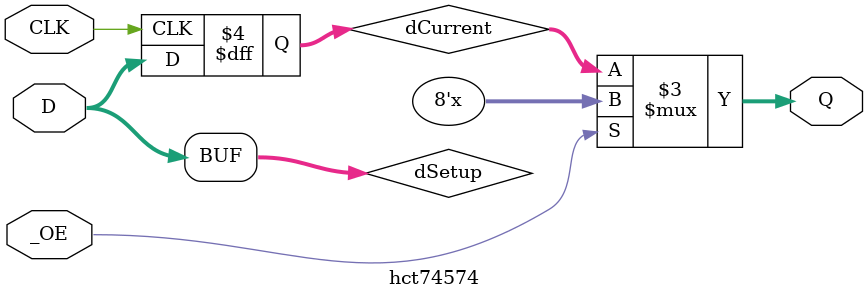
<source format=v>

`ifndef hct74574
`define hct74574

/* Timings from https://assets.nexperia.com/documents/data-sheet/74HC_HCT574.pdf
 * */
`timescale 1ns/1ns
module hct74574 (
input CLK,
input _OE,        // negative enable
input [7:0] D,
output [7:0] Q
);
    parameter LOG=0;
    parameter SETUP_TIME=12;
    parameter PD_CLK_Q=15;
    parameter PD_OE_Q=19;

    reg [7:0] dSetup;
    reg [7:0] dCurrent;

    // setup time 
    assign #(SETUP_TIME) dSetup = D;
    
    specify
        (CLK *> Q) = (PD_CLK_Q);
        (_OE *> Q) = (PD_OE_Q);
    endspecify

    always @(posedge CLK) begin
//        if (LOG) $display("%9t", $time, " REGISTER %m   CLK=+ve _OE=%1b dCurrent=%08b D=%08b Q=%08b", _OE, dCurrent, D, Q);
        dCurrent <= dSetup;
    end

    always @(Q) begin
        if (LOG) $display("%9t", $time, " REGISTER %m   updated Q=%08b   data=%08b", Q, dCurrent);
    end

    assign Q = _OE ? 8'bz: dCurrent;
    
endmodule

`endif

</source>
